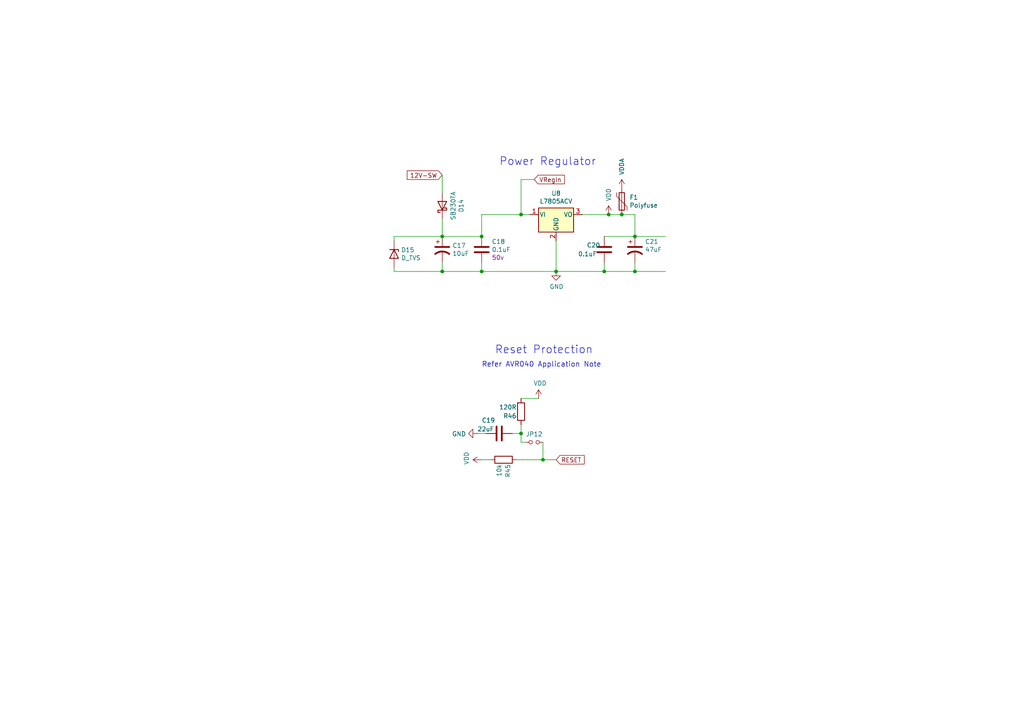
<source format=kicad_sch>
(kicad_sch (version 20250114) (generator "eeschema") (generator_version "9.0")
  (paper "A4")
  (title_block (title "0.4") (date "2021-03-27") (rev "4d") (company "Speeduino"))
  (lib_symbols
    (symbol "Device:C" (pin_numbers (hide yes)) (pin_names (offset 0.254))
      (property "Reference" "C" (at 0.635 2.54 0))
      (property "Value" "C" (at 0.635 -2.54 0))
      (symbol "C_0_1"
        (polyline (pts (xy -2.032 0.762) (xy 2.032 0.762)) (stroke (width 0.508)))
        (polyline (pts (xy -2.032 -0.762) (xy 2.032 -0.762)) (stroke (width 0.508)))
      )
      (symbol "C_1_1"
        (pin passive line (at 0 3.81 270) (length 2.794) (name "~") (number "1"))
        (pin passive line (at 0 -3.81 90) (length 2.794) (name "~") (number "2"))
      )
    )
    (symbol "Device:CP1" (pin_numbers (hide yes)) (pin_names (offset 0.254) (hide yes))
      (property "Reference" "C" (at 0.635 2.54 0))
      (property "Value" "Device_CP1" (at 0.635 -2.54 0))
      (symbol "CP1_0_1"
        (polyline (pts (xy -2.032 0.762) (xy 2.032 0.762)) (stroke (width 0.508)))
        (polyline (pts (xy -1.778 2.286) (xy -0.762 2.286)))
        (polyline (pts (xy -1.27 1.778) (xy -1.27 2.794)))
        (arc (start -2.032 -1.27) (mid 0 -0.5572) (end 2.032 -1.27) (stroke (width 0.508)))
      )
      (symbol "CP1_1_1"
        (pin passive line (at 0 3.81 270) (length 2.794) (name "~") (number "1"))
        (pin passive line (at 0 -3.81 90) (length 3.302) (name "~") (number "2"))
      )
    )
    (symbol "Device:D_Schottky" (pin_numbers (hide yes)) (pin_names (offset 1.016) (hide yes))
      (property "Reference" "D" (at 0 2.54 0))
      (property "Value" "D_Schottky" (at 0 -2.54 0))
      (symbol "D_Schottky_0_1"
        (polyline (pts (xy -1.905 0.635) (xy -1.905 1.27) (xy -1.27 1.27) (xy -1.27 -1.27) (xy -0.635 -1.27) (xy -0.635 -0.635)) (stroke (width 0.254)))
        (polyline (pts (xy 1.27 1.27) (xy 1.27 -1.27) (xy -1.27 0) (xy 1.27 1.27)) (stroke (width 0.254)))
        (polyline (pts (xy 1.27 0) (xy -1.27 0)))
      )
      (symbol "D_Schottky_1_1"
        (pin passive line (at -3.81 0 0) (length 2.54) (name "K") (number "1"))
        (pin passive line (at 3.81 0 180) (length 2.54) (name "A") (number "2"))
      )
    )
    (symbol "Device:D_Zener" (pin_numbers (hide yes)) (pin_names (offset 1.016) (hide yes))
      (property "Reference" "D" (at 0 2.54 0))
      (property "Value" "D_Zener" (at 0 -2.54 0))
      (symbol "D_Zener_0_1"
        (polyline (pts (xy -1.27 -1.27) (xy -1.27 1.27) (xy -0.762 1.27)) (stroke (width 0.254)))
        (polyline (pts (xy 1.27 0) (xy -1.27 0)))
        (polyline (pts (xy 1.27 -1.27) (xy 1.27 1.27) (xy -1.27 0) (xy 1.27 -1.27)) (stroke (width 0.254)))
      )
      (symbol "D_Zener_1_1"
        (pin passive line (at -3.81 0 0) (length 2.54) (name "K") (number "1"))
        (pin passive line (at 3.81 0 180) (length 2.54) (name "A") (number "2"))
      )
    )
    (symbol "Device:Jumper_NO_Small" (pin_numbers (hide yes)) (pin_names (offset 0.762) (hide yes))
      (property "Reference" "JP" (at 0 2.032 0))
      (property "Value" "Device_Jumper_NO_Small" (at 0.254 -1.524 0))
      (symbol "Jumper_NO_Small_0_1"
        (circle (center -1.016 0) (radius 0.508))
        (circle (center 1.016 0) (radius 0.508))
        (pin passive line (at -2.54 0 0) (length 1.016) (name "1") (number "1"))
        (pin passive line (at 2.54 0 180) (length 1.016) (name "2") (number "2"))
      )
    )
    (symbol "Device:Polyfuse" (pin_numbers (hide yes)) (pin_names (offset 0))
      (property "Reference" "F" (at -2.54 0 90))
      (property "Value" "Polyfuse" (at 2.54 0 90))
      (symbol "Polyfuse_0_1"
        (polyline (pts (xy -1.524 2.54) (xy -1.524 1.524) (xy 1.524 -1.524) (xy 1.524 -2.54)))
        (rectangle (start -0.762 2.54) (end 0.762 -2.54) (stroke (width 0.254)))
        (polyline (pts (xy 0 2.54) (xy 0 -2.54)))
      )
      (symbol "Polyfuse_1_1"
        (pin passive line (at 0 3.81 270) (length 1.27) (name "~") (number "1"))
        (pin passive line (at 0 -3.81 90) (length 1.27) (name "~") (number "2"))
      )
    )
    (symbol "Device:R" (pin_numbers (hide yes)) (pin_names (offset 0))
      (property "Reference" "R" (at 2.032 0 90))
      (property "Value" "R" (at 0 0 90))
      (symbol "R_0_1"
        (rectangle (start -1.016 -2.54) (end 1.016 2.54) (stroke (width 0.254)))
      )
      (symbol "R_1_1"
        (pin passive line (at 0 3.81 270) (length 1.27) (name "~") (number "1"))
        (pin passive line (at 0 -3.81 90) (length 1.27) (name "~") (number "2"))
      )
    )
    (symbol "Regulator_Linear:LM2937xS" (pin_names (offset 0.254))
      (property "Reference" "U" (at -3.81 3.175 0))
      (property "Value" "LM2937xS" (at 0 3.175 0))
      (symbol "LM2937xS_0_1"
        (rectangle (start -5.08 -5.08) (end 5.08 1.905) (stroke (width 0.254)) (fill (type background)))
      )
      (symbol "LM2937xS_1_1"
        (pin power_in line (at -7.62 0 0) (length 2.54) (name "VI") (number "1"))
        (pin power_in line (at 0 -7.62 90) (length 2.54) (name "GND") (number "2"))
        (pin power_out line (at 7.62 0 180) (length 2.54) (name "VO") (number "3"))
      )
    )
    (symbol "power:GND" (power) (pin_numbers (hide yes)) (pin_names (offset 0) (hide yes))
      (property "Value" "GND" (at 0 -3.81 0))
      (symbol "GND_0_1"
        (polyline (pts (xy 0 0) (xy 0 -1.27) (xy 1.27 -1.27) (xy 0 -2.54) (xy -1.27 -1.27) (xy 0 -1.27)))
      )
      (symbol "GND_1_1"
        (pin power_in line (at 0 0 270) (length 0) (name "~") (number "1"))
      )
    )
    (symbol "power:VDD" (power) (pin_numbers (hide yes)) (pin_names (offset 0) (hide yes))
      (property "Value" "VDD" (at 0 3.556 0))
      (symbol "VDD_0_1"
        (polyline (pts (xy -0.762 1.27) (xy 0 2.54)))
        (polyline (pts (xy 0 2.54) (xy 0.762 1.27)))
        (polyline (pts (xy 0 0) (xy 0 2.54)))
      )
      (symbol "VDD_1_1"
        (pin power_in line (at 0 0 90) (length 0) (name "~") (number "1"))
      )
    )
    (symbol "power:VDDA" (power) (pin_numbers (hide yes)) (pin_names (offset 0) (hide yes))
      (property "Value" "VDDA" (at 0 3.556 0))
      (symbol "VDDA_0_1"
        (polyline (pts (xy -0.762 1.27) (xy 0 2.54)))
        (polyline (pts (xy 0 2.54) (xy 0.762 1.27)))
        (polyline (pts (xy 0 0) (xy 0 2.54)))
      )
      (symbol "VDDA_1_1"
        (pin power_in line (at 0 0 90) (length 0) (name "~") (number "1"))
      )
    )
  )
  (text "Power Regulator" (at 144.78 48.26 0) (effects (font (size 2.2606 2.2606)) (justify left bottom)))
  (text "Reset Protection" (at 143.51 102.87 0) (effects (font (size 2.2606 2.2606)) (justify left bottom)))
  (text "Refer AVR040 Application Note" (at 139.7 106.68 0) (effects (font (size 1.4732 1.4732)) (justify left bottom)))
  (junction (at 184.15 68.58))
  (junction (at 151.13 62.23))
  (junction (at 151.13 125.73))
  (junction (at 161.29 78.74))
  (junction (at 184.15 78.74))
  (junction (at 157.48 133.35))
  (junction (at 139.7 68.58))
  (junction (at 176.53 62.23))
  (junction (at 180.34 62.23))
  (junction (at 175.26 78.74))
  (junction (at 139.7 78.74))
  (junction (at 128.27 68.58))
  (junction (at 128.27 78.74))
  (wire (pts (xy 168.91 62.23) (xy 176.53 62.23)))
  (wire (pts (xy 148.59 125.73) (xy 151.13 125.73)))
  (wire (pts (xy 139.7 76.2) (xy 139.7 78.74)))
  (wire (pts (xy 128.27 50.8) (xy 128.27 55.88)))
  (wire (pts (xy 138.43 125.73) (xy 140.97 125.73)))
  (wire (pts (xy 157.48 128.27) (xy 157.48 133.35)))
  (wire (pts (xy 128.27 78.74) (xy 139.7 78.74)))
  (wire (pts (xy 175.26 76.2) (xy 175.26 78.74)))
  (wire (pts (xy 193.04 68.58) (xy 184.15 68.58)))
  (wire (pts (xy 151.13 115.57) (xy 156.21 115.57)))
  (wire (pts (xy 149.86 133.35) (xy 157.48 133.35)))
  (wire (pts (xy 184.15 62.23) (xy 184.15 68.58)))
  (wire (pts (xy 151.13 52.07) (xy 151.13 62.23)))
  (wire (pts (xy 175.26 68.58) (xy 184.15 68.58)))
  (wire (pts (xy 193.04 78.74) (xy 184.15 78.74)))
  (wire (pts (xy 139.7 62.23) (xy 151.13 62.23)))
  (wire (pts (xy 128.27 63.5) (xy 128.27 68.58)))
  (wire (pts (xy 175.26 78.74) (xy 161.29 78.74)))
  (wire (pts (xy 161.29 69.85) (xy 161.29 78.74)))
  (wire (pts (xy 114.3 78.74) (xy 128.27 78.74)))
  (wire (pts (xy 157.48 133.35) (xy 161.29 133.35)))
  (wire (pts (xy 151.13 128.27) (xy 151.13 125.73)))
  (wire (pts (xy 184.15 78.74) (xy 175.26 78.74)))
  (wire (pts (xy 153.67 62.23) (xy 151.13 62.23)))
  (wire (pts (xy 184.15 76.2) (xy 184.15 78.74)))
  (wire (pts (xy 139.7 68.58) (xy 139.7 62.23)))
  (wire (pts (xy 139.7 133.35) (xy 142.24 133.35)))
  (wire (pts (xy 154.94 52.07) (xy 151.13 52.07)))
  (wire (pts (xy 151.13 125.73) (xy 151.13 123.19)))
  (wire (pts (xy 180.34 62.23) (xy 184.15 62.23)))
  (wire (pts (xy 114.3 78.74) (xy 114.3 77.47)))
  (wire (pts (xy 114.3 68.58) (xy 128.27 68.58)))
  (wire (pts (xy 176.53 62.23) (xy 180.34 62.23)))
  (wire (pts (xy 151.13 128.27) (xy 152.4 128.27)))
  (wire (pts (xy 128.27 68.58) (xy 139.7 68.58)))
  (wire (pts (xy 114.3 68.58) (xy 114.3 69.85)))
  (wire (pts (xy 128.27 76.2) (xy 128.27 78.74)))
  (wire (pts (xy 139.7 78.74) (xy 161.29 78.74)))
  (global_label "12V-SW" (shape input) (at 128.27 50.8 180) (property "Intersheetrefs" "${INTERSHEET_REFS}" (effects (hide yes))))
  (global_label "RESET" (shape input) (at 161.29 133.35 0) (property "Intersheetrefs" "${INTERSHEET_REFS}" (effects (hide yes))))
  (global_label "VRegIn" (shape input) (at 154.94 52.07 0) (property "Intersheetrefs" "${INTERSHEET_REFS}" (effects (hide yes))))
  (symbol (lib_id "Device:C") (at 139.7 72.39 0) (unit 1)
    (property "Reference" "C18" (at 142.621 70.0786 0) (effects (justify left)))
    (property "Value" "0.1uF" (at 142.621 72.39 0) (effects (justify left)))
    (property "Footprint" "Capacitor_THT:C_Disc_D5.0mm_W2.5mm_P2.50mm" (effects (hide yes)))
    (property "Voltage" "50v" (at 142.621 74.7014 0) (effects (justify left)))
    (property "Digikey Part Number" "445-180563-1-ND" (effects (hide yes)))
    (property "Manufacturer_Name" "TDK" (effects (hide yes)))
    (property "Manufacturer_Part_Number" "FA18X8R1E104KNU06" (effects (hide yes)))
    (property "URL" "https://www.digikey.com.au/product-detail/en/tdk-corporation/FA18X8R1E104KNU06/445-180563-1-ND/9560689" (effects (hide yes)))
  )
  (symbol (lib_id "Device:CP1") (at 128.27 72.39 0) (unit 1)
    (property "Reference" "C17" (at 131.191 71.2216 0) (effects (justify left)))
    (property "Value" "10uF" (at 131.191 73.533 0) (effects (justify left)))
    (property "Footprint" "Capacitor_THT:CP_Radial_D5.0mm_P2.00mm" (effects (hide yes)))
    (property "Voltage" "50v" (effects (hide yes)))
    (property "Digikey Part Number" "P10316-ND" (effects (hide yes)))
    (property "Manufacturer_Name" "Panasonic" (effects (hide yes)))
    (property "Manufacturer_Part_Number" "EEU-FC1H100L" (effects (hide yes)))
    (property "URL" "https://www.digikey.com.au/product-detail/en/panasonic-electronic-components/EEU-FC1H100L/P10316-ND/266325" (effects (hide yes)))
  )
  (symbol (lib_id "Device:D_Schottky") (at 128.27 59.69 90) (unit 1)
    (property "Reference" "D14" (at 133.7564 59.69 0))
    (property "Value" "SB230TA" (at 131.445 59.69 0))
    (property "Footprint" "Diode_THT:D_DO-41_SOD81_P7.62mm_Horizontal" (effects (hide yes)))
    (property "Datasheet" "https://www.mouser.com/datasheet/2/115/ds13002-60388.pdf" (effects (hide yes)))
    (property "Digikey Part Number" "1655-1518-1-ND" (effects (hide yes)))
    (property "Manufacturer_Name" "SMC" (effects (hide yes)))
    (property "Manufacturer_Part_Number" "SB230TA" (effects (hide yes)))
    (property "URL" "https://www.digikey.com.au/product-detail/en/smc-diode-solutions/SB230TA/1655-1518-1-ND/6022963" (effects (hide yes)))
  )
  (symbol (lib_id "power:VDD") (at 176.53 62.23 0) (unit 1)
    (property "Reference" "#PWR047" (effects (hide yes)))
    (property "Value" "VDD" (at 176.53 58.42 90) (effects (justify left)))
  )
  (symbol (lib_id "Device:C") (at 175.26 72.39 0) (unit 1)
    (property "Reference" "C20" (at 170.18 71.12 0) (effects (justify left)))
    (property "Value" "0.1uF" (at 167.64 73.66 0) (effects (justify left)))
    (property "Footprint" "Capacitor_THT:C_Disc_D5.0mm_W2.5mm_P2.50mm" (effects (hide yes)))
    (property "Digikey Part Number" "445-180563-1-ND" (effects (hide yes)))
    (property "Manufacturer_Name" "TDK" (effects (hide yes)))
    (property "Manufacturer_Part_Number" "FA18X8R1E104KNU06" (effects (hide yes)))
    (property "URL" "https://www.digikey.com.au/product-detail/en/tdk-corporation/FA18X8R1E104KNU06/445-180563-1-ND/9560689" (effects (hide yes)))
  )
  (symbol (lib_id "Device:CP1") (at 184.15 72.39 0) (unit 1)
    (property "Reference" "C21" (at 187.071 70.0786 0) (effects (justify left)))
    (property "Value" "47uF" (at 187.071 72.39 0) (effects (justify left)))
    (property "Footprint" "Capacitor_THT:CP_Radial_D8.0mm_P5.00mm" (effects (hide yes)))
    (property "Digikey Part Number" "P19658CT-ND" (effects (hide yes)))
    (property "Manufacturer_Name" "Panasonic" (effects (hide yes)))
    (property "Manufacturer_Part_Number" "EEU-FC1H470B" (effects (hide yes)))
  )
  (symbol (lib_id "power:GND") (at 161.29 78.74 0) (unit 1)
    (property "Reference" "#PWR046" (effects (hide yes)))
    (property "Value" "GND" (at 161.417 83.1342 0))
  )
  (symbol (lib_id "Device:R") (at 146.05 133.35 270) (unit 1)
    (property "Reference" "R45" (at 147.32 134.62 0) (effects (justify left)))
    (property "Value" "10k" (at 144.78 134.62 0) (effects (justify left)))
    (property "Footprint" "Resistor_THT:R_Axial_DIN0204_L3.6mm_D1.6mm_P5.08mm_Horizontal" (effects (hide yes)))
    (property "Digikey Part Number" "BC10.0KXCT-ND" (effects (hide yes)))
    (property "Manufacturer_Name" "Vishay" (effects (hide yes)))
    (property "Manufacturer_Part_Number" "MBA02040C1002FRP00" (effects (hide yes)))
    (property "URL" "https://www.digikey.com.au/product-detail/en/vishay-beyschlag-draloric-bc-components/MBA02040C1002FRP00/BC10-0KXCT-ND/336866" (effects (hide yes)))
  )
  (symbol (lib_id "power:VDD") (at 139.7 133.35 90) (unit 1)
    (property "Reference" "#PWR044" (effects (hide yes)))
    (property "Value" "VDD" (at 135.3058 132.9182 0))
  )
  (symbol (lib_id "Device:C") (at 144.78 125.73 270) (unit 1)
    (property "Reference" "C19" (at 139.7 121.92 90) (effects (justify left)))
    (property "Value" "22uF" (at 138.43 124.46 90) (effects (justify left)))
    (property "Footprint" "Capacitor_THT:C_Disc_D7.5mm_W5.0mm_P5.00mm" (effects (hide yes)))
    (property "Digikey Part Number" "445-180603-1-ND" (effects (hide yes)))
    (property "Manufacturer_Name" "TDK" (effects (hide yes)))
    (property "Manufacturer_Part_Number" "FA22X7R1E226MRU06" (effects (hide yes)))
  )
  (symbol (lib_id "Device:R") (at 151.13 119.38 180) (unit 1)
    (property "Reference" "R46" (at 149.86 120.65 0) (effects (justify left)))
    (property "Value" "120R" (at 149.86 118.11 0) (effects (justify left)))
    (property "Footprint" "Resistor_THT:R_Axial_DIN0204_L3.6mm_D1.6mm_P5.08mm_Horizontal" (effects (hide yes)))
    (property "Digikey Part Number" "BC3453CT-ND" (effects (hide yes)))
    (property "Manufacturer_Name" "Vishay" (effects (hide yes)))
    (property "Manufacturer_Part_Number" "MBA02040C1200FC100" (effects (hide yes)))
  )
  (symbol (lib_id "power:VDD") (at 156.21 115.57 0) (unit 1)
    (property "Reference" "#PWR045" (effects (hide yes)))
    (property "Value" "VDD" (at 156.6418 111.1758 0))
  )
  (symbol (lib_id "power:GND") (at 138.43 125.73 270) (unit 1)
    (property "Reference" "#PWR043" (effects (hide yes)))
    (property "Value" "GND" (at 135.1788 125.857 90) (effects (justify right)))
  )
  (symbol (lib_id "Regulator_Linear:LM2937xS") (at 161.29 62.23 0) (unit 1)
    (property "Reference" "U8" (at 161.29 56.0832 0))
    (property "Value" "L7805ACV" (at 161.29 58.3946 0))
    (property "Footprint" "Package_TO_SOT_THT:TO-220-3_Horizontal_TabDown" (effects (hide yes)))
    (property "Digikey Part Number" "497-1441-5-ND" (effects (hide yes)))
    (property "Manufacturer_Name" "STMicroelectronics" (effects (hide yes)))
    (property "Manufacturer_Part_Number" "L7805ACV" (effects (hide yes)))
    (property "URL" "https://www.digikey.de/en/products/detail/stmicroelectronics/L7805ACV/585962" (effects (hide yes)))
  )
  (symbol (lib_id "power:VDDA") (at 180.34 54.61 0) (unit 1)
    (property "Reference" "#PWR0108" (effects (hide yes)))
    (property "Value" "VDDA" (at 180.34 50.8 90) (effects (justify left)))
  )
  (symbol (lib_id "Device:Polyfuse") (at 180.34 58.42 0) (unit 1)
    (property "Reference" "F1" (at 182.5752 57.2516 0) (effects (justify left)))
    (property "Value" "Polyfuse" (at 182.5752 59.563 0) (effects (justify left)))
    (property "Footprint" "Fuse:Fuse_BelFuse_0ZRE0055FF_L14.0mm_W4.1mm" (effects (hide yes)))
    (property "Digikey Part Number" "507-2403-ND" (effects (hide yes)))
    (property "Manufacturer_Name" "Bel Fuse" (effects (hide yes)))
    (property "Manufacturer_Part_Number" "0ZRP0050FF1E" (effects (hide yes)))
    (property "URL" "https://www.digikey.com.au/product-detail/en/bel-fuse-inc/0ZRP0050FF1E/507-2403-ND/9468252" (effects (hide yes)))
  )
  (symbol (lib_id "Device:D_Zener") (at 114.3 73.66 270) (unit 1)
    (property "Reference" "D15" (at 116.3066 72.4916 90) (effects (justify left)))
    (property "Value" "D_TVS" (at 116.3066 74.803 90) (effects (justify left)))
    (property "Footprint" "Diode_THT:D_DO-15_P12.70mm_Horizontal" (effects (hide yes)))
    (property "Digikey Part Number" "F6853CT-ND" (effects (hide yes)))
    (property "Manufacturer_Name" "Littelfuse" (effects (hide yes)))
    (property "Manufacturer_Part_Number" "TP6KE47A" (effects (hide yes)))
  )
  (symbol (lib_id "Device:Jumper_NO_Small") (at 154.94 128.27 0) (unit 1)
    (property "Reference" "JP12" (at 154.94 125.9078 0))
    (property "Value" "Jumper_NO_Small" (effects (hide yes)))
    (property "Footprint" "Connector_PinHeader_2.54mm:PinHeader_1x02_P2.54mm_Vertical" (effects (hide yes)))
  )
)
</source>
